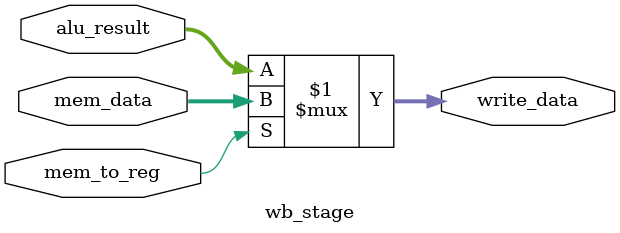
<source format=sv>
module wb_stage(
  input logic [31:0] alu_result,
  input logic [31:0] mem_data,
  input logic mem_to_reg,
  output logic [31:0] write_data
);
  
  assign write_data = mem_to_reg ? mem_data: alu_result;
endmodule

</source>
